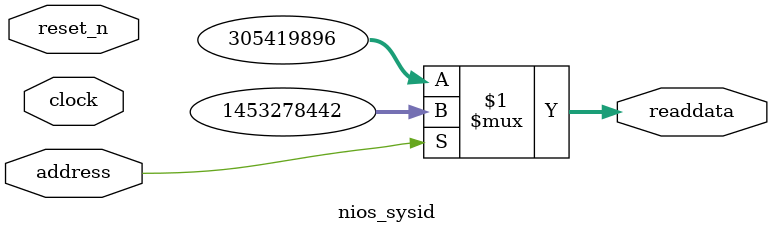
<source format=v>



// synthesis translate_off
`timescale 1ns / 1ps
// synthesis translate_on

// turn off superfluous verilog processor warnings 
// altera message_level Level1 
// altera message_off 10034 10035 10036 10037 10230 10240 10030 

module nios_sysid (
               // inputs:
                address,
                clock,
                reset_n,

               // outputs:
                readdata
             )
;

  output  [ 31: 0] readdata;
  input            address;
  input            clock;
  input            reset_n;

  wire    [ 31: 0] readdata;
  //control_slave, which is an e_avalon_slave
  assign readdata = address ? 1453278442 : 305419896;

endmodule




</source>
